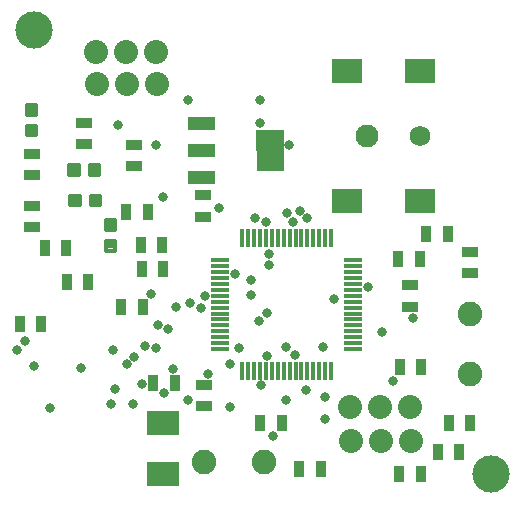
<source format=gts>
G75*
%MOIN*%
%OFA0B0*%
%FSLAX25Y25*%
%IPPOS*%
%LPD*%
%AMOC8*
5,1,8,0,0,1.08239X$1,22.5*
%
%ADD10C,0.12411*%
%ADD11R,0.05324X0.03750*%
%ADD12R,0.03750X0.05324*%
%ADD13C,0.08000*%
%ADD14C,0.01361*%
%ADD15R,0.06400X0.01700*%
%ADD16R,0.01700X0.06400*%
%ADD17C,0.08200*%
%ADD18R,0.10836X0.08080*%
%ADD19R,0.13395X0.09065*%
%ADD20R,0.09065X0.04340*%
%ADD21R,0.10049X0.08474*%
%ADD22C,0.06899*%
%ADD23C,0.07687*%
%ADD24C,0.03300*%
D10*
X0011536Y0176650D03*
X0163898Y0028618D03*
D11*
X0137009Y0084524D03*
X0137009Y0091610D03*
X0157087Y0095587D03*
X0157087Y0102673D03*
X0068308Y0058382D03*
X0068308Y0051295D03*
X0067914Y0114484D03*
X0067914Y0121571D03*
X0044883Y0131453D03*
X0044883Y0138539D03*
X0028347Y0138579D03*
X0028347Y0145665D03*
X0011064Y0135390D03*
X0011064Y0128303D03*
X0010828Y0118185D03*
X0010828Y0111098D03*
D12*
X0015355Y0104130D03*
X0022442Y0104130D03*
X0022678Y0092870D03*
X0029765Y0092870D03*
X0040788Y0084445D03*
X0047875Y0084445D03*
X0047520Y0097043D03*
X0054607Y0097043D03*
X0054292Y0105114D03*
X0047206Y0105114D03*
X0049489Y0116138D03*
X0042402Y0116138D03*
X0014095Y0078697D03*
X0007009Y0078697D03*
X0051457Y0059012D03*
X0058544Y0059012D03*
X0087087Y0045862D03*
X0094174Y0045862D03*
X0100119Y0030508D03*
X0107206Y0030508D03*
X0133426Y0028894D03*
X0140513Y0028894D03*
X0146379Y0036217D03*
X0153465Y0036217D03*
X0156930Y0045665D03*
X0149843Y0045665D03*
X0140631Y0064327D03*
X0133544Y0064327D03*
X0133111Y0100547D03*
X0140198Y0100547D03*
X0142442Y0108657D03*
X0149528Y0108657D03*
D13*
X0137048Y0050941D03*
X0127048Y0050941D03*
X0117048Y0050941D03*
X0117166Y0039760D03*
X0127166Y0039760D03*
X0137166Y0039760D03*
X0052560Y0158657D03*
X0042560Y0158657D03*
X0032560Y0158657D03*
X0032442Y0169287D03*
X0042442Y0169287D03*
X0052442Y0169287D03*
D14*
X0033388Y0131663D02*
X0033388Y0128487D01*
X0030212Y0128487D01*
X0030212Y0131663D01*
X0033388Y0131663D01*
X0033388Y0129847D02*
X0030212Y0129847D01*
X0030212Y0131207D02*
X0033388Y0131207D01*
X0026482Y0131663D02*
X0026482Y0128487D01*
X0023306Y0128487D01*
X0023306Y0131663D01*
X0026482Y0131663D01*
X0026482Y0129847D02*
X0023306Y0129847D01*
X0023306Y0131207D02*
X0026482Y0131207D01*
X0026876Y0121545D02*
X0026876Y0118369D01*
X0023700Y0118369D01*
X0023700Y0121545D01*
X0026876Y0121545D01*
X0026876Y0119729D02*
X0023700Y0119729D01*
X0023700Y0121089D02*
X0026876Y0121089D01*
X0033782Y0121545D02*
X0033782Y0118369D01*
X0030606Y0118369D01*
X0030606Y0121545D01*
X0033782Y0121545D01*
X0033782Y0119729D02*
X0030606Y0119729D01*
X0030606Y0121089D02*
X0033782Y0121089D01*
X0035499Y0110129D02*
X0038675Y0110129D01*
X0035499Y0110129D02*
X0035499Y0113305D01*
X0038675Y0113305D01*
X0038675Y0110129D01*
X0038675Y0111489D02*
X0035499Y0111489D01*
X0035499Y0112849D02*
X0038675Y0112849D01*
X0038675Y0103223D02*
X0035499Y0103223D01*
X0035499Y0106399D01*
X0038675Y0106399D01*
X0038675Y0103223D01*
X0038675Y0104583D02*
X0035499Y0104583D01*
X0035499Y0105943D02*
X0038675Y0105943D01*
X0012416Y0144745D02*
X0009240Y0144745D01*
X0012416Y0144745D02*
X0012416Y0141569D01*
X0009240Y0141569D01*
X0009240Y0144745D01*
X0009240Y0142929D02*
X0012416Y0142929D01*
X0012416Y0144289D02*
X0009240Y0144289D01*
X0009240Y0151651D02*
X0012416Y0151651D01*
X0012416Y0148475D01*
X0009240Y0148475D01*
X0009240Y0151651D01*
X0009240Y0149835D02*
X0012416Y0149835D01*
X0012416Y0151195D02*
X0009240Y0151195D01*
D15*
X0073728Y0100032D03*
X0073728Y0098032D03*
X0073728Y0096032D03*
X0073728Y0094132D03*
X0073728Y0092132D03*
X0073728Y0090132D03*
X0073728Y0088232D03*
X0073728Y0086232D03*
X0073728Y0084232D03*
X0073728Y0082232D03*
X0073728Y0080332D03*
X0073728Y0078332D03*
X0073728Y0076332D03*
X0073728Y0074432D03*
X0073728Y0072432D03*
X0073728Y0070432D03*
X0117928Y0070432D03*
X0117928Y0072432D03*
X0117928Y0074432D03*
X0117928Y0076332D03*
X0117928Y0078332D03*
X0117928Y0080332D03*
X0117928Y0082232D03*
X0117928Y0084232D03*
X0117928Y0086232D03*
X0117928Y0088232D03*
X0117928Y0090132D03*
X0117928Y0092132D03*
X0117928Y0094132D03*
X0117928Y0096032D03*
X0117928Y0098032D03*
X0117928Y0100032D03*
D16*
X0110628Y0107332D03*
X0108628Y0107332D03*
X0106628Y0107332D03*
X0104728Y0107332D03*
X0102728Y0107332D03*
X0100728Y0107332D03*
X0098828Y0107332D03*
X0096828Y0107332D03*
X0094828Y0107332D03*
X0092828Y0107332D03*
X0090928Y0107332D03*
X0088928Y0107332D03*
X0086928Y0107332D03*
X0085028Y0107332D03*
X0083028Y0107332D03*
X0081028Y0107332D03*
X0081028Y0063132D03*
X0083028Y0063132D03*
X0085028Y0063132D03*
X0086928Y0063132D03*
X0088928Y0063132D03*
X0090928Y0063132D03*
X0092828Y0063132D03*
X0094828Y0063132D03*
X0096828Y0063132D03*
X0098828Y0063132D03*
X0100728Y0063132D03*
X0102728Y0063132D03*
X0104728Y0063132D03*
X0106628Y0063132D03*
X0108628Y0063132D03*
X0110628Y0063132D03*
D17*
X0088465Y0032752D03*
X0068465Y0032752D03*
X0157009Y0062161D03*
X0157009Y0082161D03*
D18*
X0054568Y0045665D03*
X0054568Y0028736D03*
D19*
G36*
X0085808Y0129859D02*
X0085761Y0143252D01*
X0094824Y0143283D01*
X0094871Y0129890D01*
X0085808Y0129859D01*
G37*
D20*
G36*
X0072052Y0125283D02*
X0062989Y0125252D01*
X0062974Y0129591D01*
X0072037Y0129622D01*
X0072052Y0125283D01*
G37*
G36*
X0072020Y0134338D02*
X0062957Y0134307D01*
X0062942Y0138646D01*
X0072005Y0138677D01*
X0072020Y0134338D01*
G37*
G36*
X0071989Y0143393D02*
X0062926Y0143362D01*
X0062911Y0147701D01*
X0071974Y0147732D01*
X0071989Y0143393D01*
G37*
D21*
X0115946Y0162909D03*
X0140355Y0162909D03*
X0140355Y0119602D03*
X0115946Y0119602D03*
D22*
X0140355Y0141256D03*
D23*
X0122639Y0141256D03*
D24*
X0017048Y0050862D03*
X0011500Y0064750D03*
X0006100Y0070150D03*
X0008682Y0073008D03*
X0027383Y0064150D03*
X0037900Y0070150D03*
X0042700Y0065350D03*
X0045100Y0067750D03*
X0048700Y0071350D03*
X0052300Y0070750D03*
X0056418Y0076945D03*
X0052900Y0078550D03*
X0058900Y0084550D03*
X0063700Y0085750D03*
X0067300Y0083950D03*
X0068500Y0088150D03*
X0078700Y0095350D03*
X0084100Y0093550D03*
X0083977Y0088264D03*
X0089391Y0082358D03*
X0086500Y0079750D03*
X0079900Y0070750D03*
X0076900Y0065350D03*
X0069706Y0062181D03*
X0063100Y0053350D03*
X0054942Y0055783D03*
X0057894Y0063657D03*
X0047500Y0058750D03*
X0044500Y0052150D03*
X0038500Y0056950D03*
X0037300Y0052150D03*
X0050513Y0088756D03*
X0073300Y0117550D03*
X0085300Y0113950D03*
X0088900Y0112750D03*
X0096100Y0115750D03*
X0097900Y0112750D03*
X0100300Y0116350D03*
X0102700Y0113950D03*
X0090100Y0101950D03*
X0090100Y0098350D03*
X0111700Y0086950D03*
X0122855Y0091217D03*
X0127776Y0075961D03*
X0138111Y0080882D03*
X0131221Y0059720D03*
X0108583Y0054307D03*
X0102186Y0056768D03*
X0095500Y0053350D03*
X0087422Y0058244D03*
X0089391Y0068087D03*
X0095788Y0071039D03*
X0098500Y0068350D03*
X0108091Y0071039D03*
X0108583Y0046925D03*
X0091359Y0041512D03*
X0076900Y0050950D03*
X0054700Y0121150D03*
X0052300Y0138550D03*
X0039700Y0145150D03*
X0063100Y0153550D03*
X0087100Y0153550D03*
X0087100Y0145750D03*
X0096700Y0138550D03*
M02*

</source>
